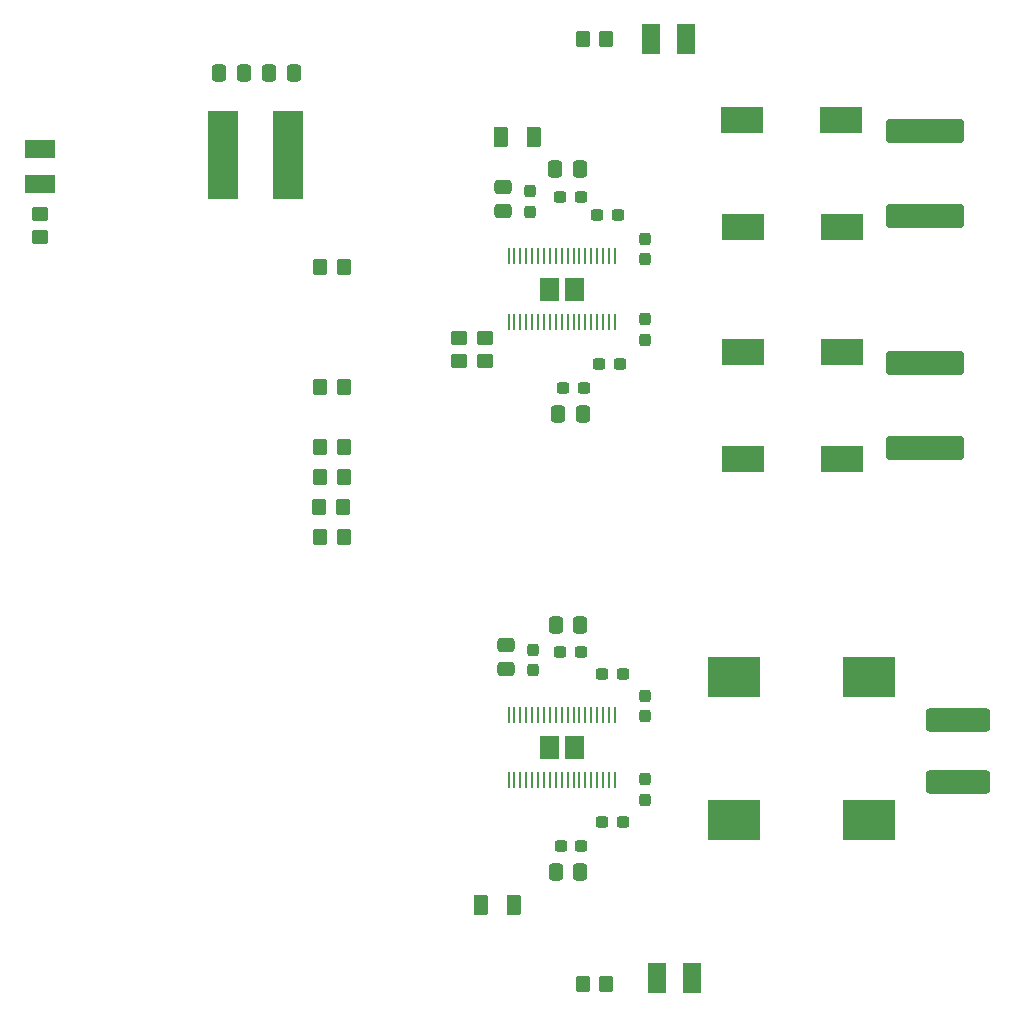
<source format=gtp>
G04 #@! TF.GenerationSoftware,KiCad,Pcbnew,8.0.7-8.0.7-0~ubuntu22.04.1*
G04 #@! TF.CreationDate,2025-01-27T17:28:36+02:00*
G04 #@! TF.ProjectId,speaker_amp2,73706561-6b65-4725-9f61-6d70322e6b69,rev?*
G04 #@! TF.SameCoordinates,Original*
G04 #@! TF.FileFunction,Paste,Top*
G04 #@! TF.FilePolarity,Positive*
%FSLAX46Y46*%
G04 Gerber Fmt 4.6, Leading zero omitted, Abs format (unit mm)*
G04 Created by KiCad (PCBNEW 8.0.7-8.0.7-0~ubuntu22.04.1) date 2025-01-27 17:28:36*
%MOMM*%
%LPD*%
G01*
G04 APERTURE LIST*
G04 Aperture macros list*
%AMRoundRect*
0 Rectangle with rounded corners*
0 $1 Rounding radius*
0 $2 $3 $4 $5 $6 $7 $8 $9 X,Y pos of 4 corners*
0 Add a 4 corners polygon primitive as box body*
4,1,4,$2,$3,$4,$5,$6,$7,$8,$9,$2,$3,0*
0 Add four circle primitives for the rounded corners*
1,1,$1+$1,$2,$3*
1,1,$1+$1,$4,$5*
1,1,$1+$1,$6,$7*
1,1,$1+$1,$8,$9*
0 Add four rect primitives between the rounded corners*
20,1,$1+$1,$2,$3,$4,$5,0*
20,1,$1+$1,$4,$5,$6,$7,0*
20,1,$1+$1,$6,$7,$8,$9,0*
20,1,$1+$1,$8,$9,$2,$3,0*%
G04 Aperture macros list end*
%ADD10C,0.000000*%
%ADD11RoundRect,0.237500X0.300000X0.237500X-0.300000X0.237500X-0.300000X-0.237500X0.300000X-0.237500X0*%
%ADD12RoundRect,0.237500X0.237500X-0.300000X0.237500X0.300000X-0.237500X0.300000X-0.237500X-0.300000X0*%
%ADD13R,4.400000X3.400000*%
%ADD14RoundRect,0.250000X-0.337500X-0.475000X0.337500X-0.475000X0.337500X0.475000X-0.337500X0.475000X0*%
%ADD15R,2.600000X1.500000*%
%ADD16RoundRect,0.237500X-0.300000X-0.237500X0.300000X-0.237500X0.300000X0.237500X-0.300000X0.237500X0*%
%ADD17RoundRect,0.250000X0.450000X-0.350000X0.450000X0.350000X-0.450000X0.350000X-0.450000X-0.350000X0*%
%ADD18RoundRect,0.250000X0.350000X0.450000X-0.350000X0.450000X-0.350000X-0.450000X0.350000X-0.450000X0*%
%ADD19R,0.212474X1.355433*%
%ADD20R,3.600000X2.200000*%
%ADD21R,2.500000X7.500000*%
%ADD22R,1.500000X2.600000*%
%ADD23RoundRect,0.250000X0.375000X0.625000X-0.375000X0.625000X-0.375000X-0.625000X0.375000X-0.625000X0*%
%ADD24RoundRect,0.250000X0.337500X0.475000X-0.337500X0.475000X-0.337500X-0.475000X0.337500X-0.475000X0*%
%ADD25RoundRect,0.250000X-0.350000X-0.450000X0.350000X-0.450000X0.350000X0.450000X-0.350000X0.450000X0*%
%ADD26RoundRect,0.237500X-0.237500X0.300000X-0.237500X-0.300000X0.237500X-0.300000X0.237500X0.300000X0*%
%ADD27RoundRect,0.277778X-3.022222X0.722222X-3.022222X-0.722222X3.022222X-0.722222X3.022222X0.722222X0*%
%ADD28RoundRect,0.249999X-2.450001X0.737501X-2.450001X-0.737501X2.450001X-0.737501X2.450001X0.737501X0*%
%ADD29RoundRect,0.250000X-0.475000X0.337500X-0.475000X-0.337500X0.475000X-0.337500X0.475000X0.337500X0*%
%ADD30RoundRect,0.250000X0.475000X-0.337500X0.475000X0.337500X-0.475000X0.337500X-0.475000X-0.337500X0*%
G04 APERTURE END LIST*
D10*
G36*
X84472203Y-90620174D02*
G01*
X82843096Y-90620174D01*
X82843096Y-88681362D01*
X84472203Y-88681362D01*
X84472203Y-90620174D01*
G37*
G36*
X86581907Y-90620174D02*
G01*
X84952799Y-90620174D01*
X84952799Y-88681362D01*
X86581907Y-88681362D01*
X86581907Y-90620174D01*
G37*
G36*
X84472203Y-129431906D02*
G01*
X82843096Y-129431906D01*
X82843096Y-127493094D01*
X84472203Y-127493094D01*
X84472203Y-129431906D01*
G37*
G36*
X86581907Y-129431906D02*
G01*
X84952799Y-129431906D01*
X84952799Y-127493094D01*
X86581907Y-127493094D01*
X86581907Y-129431906D01*
G37*
D11*
X89462500Y-83350000D03*
X87737500Y-83350000D03*
X89612500Y-96000000D03*
X87887500Y-96000000D03*
D12*
X91750000Y-132862500D03*
X91750000Y-131137500D03*
D13*
X99300000Y-122500000D03*
X110700000Y-122500000D03*
D14*
X59962500Y-71350000D03*
X62037500Y-71350000D03*
D12*
X91750000Y-125812500D03*
X91750000Y-124087500D03*
D15*
X40500000Y-77750000D03*
X40500000Y-80750000D03*
D11*
X89862500Y-122200000D03*
X88137500Y-122200000D03*
D12*
X91750000Y-87112500D03*
X91750000Y-85387500D03*
X82250000Y-121912500D03*
X82250000Y-120187500D03*
D16*
X84600000Y-81825384D03*
X86325000Y-81825384D03*
D11*
X86312500Y-120350000D03*
X84587500Y-120350000D03*
D17*
X78250000Y-95750000D03*
X78250000Y-93750000D03*
D18*
X66250000Y-97930000D03*
X64250000Y-97930000D03*
D12*
X82000000Y-83092500D03*
X82000000Y-81367500D03*
D19*
X89212501Y-86875384D03*
X88712500Y-86875384D03*
X88212501Y-86875384D03*
X87712499Y-86875384D03*
X87212500Y-86875384D03*
X86712501Y-86875384D03*
X86212500Y-86875384D03*
X85712501Y-86875384D03*
X85212499Y-86875384D03*
X84712500Y-86875384D03*
X84212501Y-86875384D03*
X83712499Y-86875384D03*
X83212500Y-86875384D03*
X82712499Y-86875384D03*
X82212500Y-86875384D03*
X81712501Y-86875384D03*
X81212499Y-86875384D03*
X80712500Y-86875384D03*
X80212499Y-86875384D03*
X80212499Y-92426152D03*
X80712500Y-92426152D03*
X81212499Y-92426152D03*
X81712501Y-92426152D03*
X82212500Y-92426152D03*
X82712499Y-92426152D03*
X83212500Y-92426152D03*
X83712499Y-92426152D03*
X84212501Y-92426152D03*
X84712500Y-92426152D03*
X85212499Y-92426152D03*
X85712501Y-92426152D03*
X86212500Y-92426152D03*
X86712501Y-92426152D03*
X87212500Y-92426152D03*
X87712499Y-92426152D03*
X88212501Y-92426152D03*
X88712500Y-92426152D03*
X89212501Y-92426152D03*
D20*
X100050000Y-84350000D03*
X108450000Y-84350000D03*
D21*
X61500000Y-78250000D03*
X56000000Y-78250000D03*
D18*
X66250000Y-103010000D03*
X64250000Y-103010000D03*
D17*
X76000000Y-95750000D03*
X76000000Y-93750000D03*
D22*
X95750000Y-148000000D03*
X92750000Y-148000000D03*
D23*
X82400000Y-76750000D03*
X79600000Y-76750000D03*
D24*
X86287500Y-139000000D03*
X84212500Y-139000000D03*
D14*
X84425001Y-100250000D03*
X86500001Y-100250000D03*
D25*
X86500000Y-68500000D03*
X88500000Y-68500000D03*
D14*
X84175000Y-79500000D03*
X86250000Y-79500000D03*
D22*
X95250000Y-68500000D03*
X92250000Y-68500000D03*
D24*
X86287500Y-118100000D03*
X84212500Y-118100000D03*
D26*
X91750000Y-92187500D03*
X91750000Y-93912500D03*
D16*
X88137500Y-134750000D03*
X89862500Y-134750000D03*
D11*
X86362500Y-136750000D03*
X84637500Y-136750000D03*
D16*
X84850001Y-98000000D03*
X86575001Y-98000000D03*
D19*
X89212501Y-125687116D03*
X88712500Y-125687116D03*
X88212501Y-125687116D03*
X87712499Y-125687116D03*
X87212500Y-125687116D03*
X86712501Y-125687116D03*
X86212500Y-125687116D03*
X85712501Y-125687116D03*
X85212499Y-125687116D03*
X84712500Y-125687116D03*
X84212501Y-125687116D03*
X83712499Y-125687116D03*
X83212500Y-125687116D03*
X82712499Y-125687116D03*
X82212500Y-125687116D03*
X81712501Y-125687116D03*
X81212499Y-125687116D03*
X80712500Y-125687116D03*
X80212499Y-125687116D03*
X80212499Y-131237884D03*
X80712500Y-131237884D03*
X81212499Y-131237884D03*
X81712501Y-131237884D03*
X82212500Y-131237884D03*
X82712499Y-131237884D03*
X83212500Y-131237884D03*
X83712499Y-131237884D03*
X84212501Y-131237884D03*
X84712500Y-131237884D03*
X85212499Y-131237884D03*
X85712501Y-131237884D03*
X86212500Y-131237884D03*
X86712501Y-131237884D03*
X87212500Y-131237884D03*
X87712499Y-131237884D03*
X88212501Y-131237884D03*
X88712500Y-131237884D03*
X89212501Y-131237884D03*
D18*
X66250000Y-105550000D03*
X64250000Y-105550000D03*
D24*
X57787500Y-71350000D03*
X55712500Y-71350000D03*
D27*
X115450000Y-76250000D03*
X115450000Y-83450000D03*
D18*
X66250000Y-87770000D03*
X64250000Y-87770000D03*
D28*
X118250000Y-126112500D03*
X118250000Y-131387500D03*
D25*
X86500000Y-148500000D03*
X88500000Y-148500000D03*
D20*
X100050000Y-104000000D03*
X108450000Y-104000000D03*
D18*
X66200000Y-108090000D03*
X64200000Y-108090000D03*
D20*
X100000000Y-75350000D03*
X108400000Y-75350000D03*
D27*
X115450000Y-95900000D03*
X115450000Y-103100000D03*
D20*
X100050000Y-94950000D03*
X108450000Y-94950000D03*
D13*
X99300000Y-134550000D03*
X110700000Y-134550000D03*
D29*
X80000000Y-119762500D03*
X80000000Y-121837500D03*
D30*
X79750000Y-83037500D03*
X79750000Y-80962500D03*
D23*
X80650000Y-141750000D03*
X77850000Y-141750000D03*
D17*
X40500000Y-85250000D03*
X40500000Y-83250000D03*
D18*
X66250000Y-110630000D03*
X64250000Y-110630000D03*
M02*

</source>
